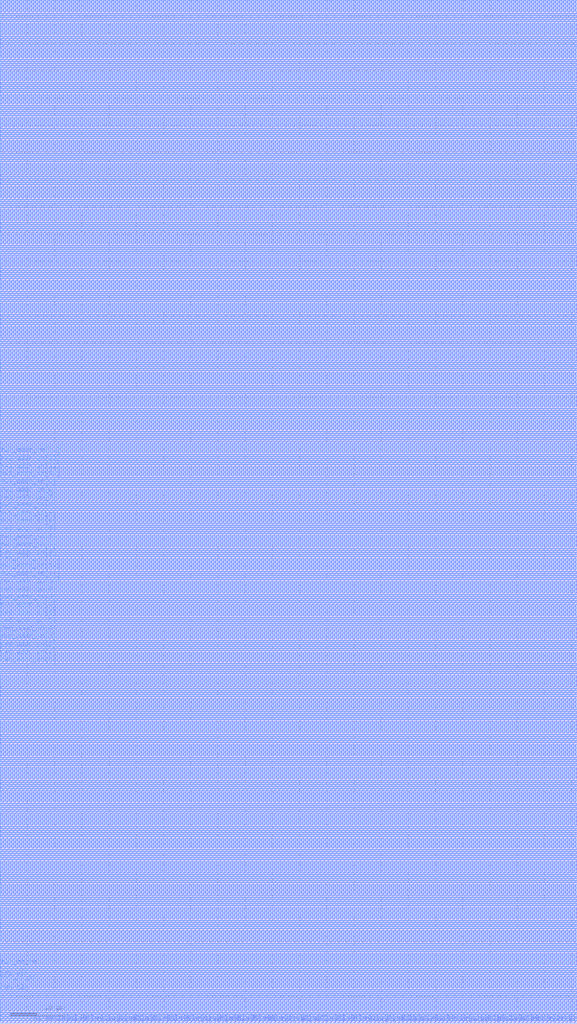
<source format=lef>
# Generated by OpenFakeRAM
VERSION 5.7 ;
BUSBITCHARS "[]" ;
PROPERTYDEFINITIONS
  MACRO width INTEGER ;
  MACRO depth INTEGER ;
  MACRO banks INTEGER ;
END PROPERTYDEFINITIONS
MACRO fakeram_w16_l32768
  PROPERTY width 16 ;
  PROPERTY depth 16384 ;
  PROPERTY banks 1 ;
  FOREIGN fakeram_w16_l32768 0 0 ;
  SYMMETRY X Y R90 ;
  SIZE 106.020 BY 188.016 ;
  CLASS BLOCK ;
  PIN rw0_clk
    DIRECTION INPUT ;
    USE SIGNAL ;
    SHAPE ABUTMENT ;
    PORT
      LAYER M4 ;
      RECT 0.000 5.652 0.048 5.676 ;
    END
  END rw0_clk
  PIN rw0_ce_in
    DIRECTION INPUT ;
    USE SIGNAL ;
    SHAPE ABUTMENT ;
    PORT
      LAYER M4 ;
      RECT 0.000 7.476 0.048 7.500 ;
    END
  END rw0_ce_in
  PIN rw1_clk
    DIRECTION INPUT ;
    USE SIGNAL ;
    SHAPE ABUTMENT ;
    PORT
      LAYER M4 ;
      RECT 0.000 8.484 0.048 8.508 ;
    END
  END rw1_clk
  PIN rw1_ce_in
    DIRECTION INPUT ;
    USE SIGNAL ;
    SHAPE ABUTMENT ;
    PORT
      LAYER M4 ;
      RECT 0.000 10.308 0.048 10.332 ;
    END
  END rw1_ce_in
  PIN rw0_addr_in[0]
    DIRECTION INPUT ;
    USE SIGNAL ;
    SHAPE ABUTMENT ;
    PORT
      LAYER M4 ;
      RECT 0.000 65.844 0.048 65.868 ;
    END
  END rw0_addr_in[0]
  PIN rw0_addr_in[1]
    DIRECTION INPUT ;
    USE SIGNAL ;
    SHAPE ABUTMENT ;
    PORT
      LAYER M4 ;
      RECT 0.000 67.284 0.048 67.308 ;
    END
  END rw0_addr_in[1]
  PIN rw0_addr_in[2]
    DIRECTION INPUT ;
    USE SIGNAL ;
    SHAPE ABUTMENT ;
    PORT
      LAYER M4 ;
      RECT 0.000 68.724 0.048 68.748 ;
    END
  END rw0_addr_in[2]
  PIN rw0_addr_in[3]
    DIRECTION INPUT ;
    USE SIGNAL ;
    SHAPE ABUTMENT ;
    PORT
      LAYER M4 ;
      RECT 0.000 70.164 0.048 70.188 ;
    END
  END rw0_addr_in[3]
  PIN rw0_addr_in[4]
    DIRECTION INPUT ;
    USE SIGNAL ;
    SHAPE ABUTMENT ;
    PORT
      LAYER M4 ;
      RECT 0.000 71.604 0.048 71.628 ;
    END
  END rw0_addr_in[4]
  PIN rw0_addr_in[5]
    DIRECTION INPUT ;
    USE SIGNAL ;
    SHAPE ABUTMENT ;
    PORT
      LAYER M4 ;
      RECT 0.000 73.044 0.048 73.068 ;
    END
  END rw0_addr_in[5]
  PIN rw0_addr_in[6]
    DIRECTION INPUT ;
    USE SIGNAL ;
    SHAPE ABUTMENT ;
    PORT
      LAYER M4 ;
      RECT 0.000 74.484 0.048 74.508 ;
    END
  END rw0_addr_in[6]
  PIN rw0_addr_in[7]
    DIRECTION INPUT ;
    USE SIGNAL ;
    SHAPE ABUTMENT ;
    PORT
      LAYER M4 ;
      RECT 0.000 75.924 0.048 75.948 ;
    END
  END rw0_addr_in[7]
  PIN rw0_addr_in[8]
    DIRECTION INPUT ;
    USE SIGNAL ;
    SHAPE ABUTMENT ;
    PORT
      LAYER M4 ;
      RECT 0.000 77.364 0.048 77.388 ;
    END
  END rw0_addr_in[8]
  PIN rw0_addr_in[9]
    DIRECTION INPUT ;
    USE SIGNAL ;
    SHAPE ABUTMENT ;
    PORT
      LAYER M4 ;
      RECT 0.000 78.804 0.048 78.828 ;
    END
  END rw0_addr_in[9]
  PIN rw0_addr_in[10]
    DIRECTION INPUT ;
    USE SIGNAL ;
    SHAPE ABUTMENT ;
    PORT
      LAYER M4 ;
      RECT 0.000 80.244 0.048 80.268 ;
    END
  END rw0_addr_in[10]
  PIN rw0_addr_in[11]
    DIRECTION INPUT ;
    USE SIGNAL ;
    SHAPE ABUTMENT ;
    PORT
      LAYER M4 ;
      RECT 0.000 81.684 0.048 81.708 ;
    END
  END rw0_addr_in[11]
  PIN rw0_addr_in[12]
    DIRECTION INPUT ;
    USE SIGNAL ;
    SHAPE ABUTMENT ;
    PORT
      LAYER M4 ;
      RECT 0.000 83.124 0.048 83.148 ;
    END
  END rw0_addr_in[12]
  PIN rw0_addr_in[13]
    DIRECTION INPUT ;
    USE SIGNAL ;
    SHAPE ABUTMENT ;
    PORT
      LAYER M4 ;
      RECT 0.000 84.564 0.048 84.588 ;
    END
  END rw0_addr_in[13]
  PIN rw1_addr_in[0]
    DIRECTION INPUT ;
    USE SIGNAL ;
    SHAPE ABUTMENT ;
    PORT
      LAYER M4 ;
      RECT 0.000 85.572 0.048 85.596 ;
    END
  END rw1_addr_in[0]
  PIN rw1_addr_in[1]
    DIRECTION INPUT ;
    USE SIGNAL ;
    SHAPE ABUTMENT ;
    PORT
      LAYER M4 ;
      RECT 0.000 87.012 0.048 87.036 ;
    END
  END rw1_addr_in[1]
  PIN rw1_addr_in[2]
    DIRECTION INPUT ;
    USE SIGNAL ;
    SHAPE ABUTMENT ;
    PORT
      LAYER M4 ;
      RECT 0.000 88.452 0.048 88.476 ;
    END
  END rw1_addr_in[2]
  PIN rw1_addr_in[3]
    DIRECTION INPUT ;
    USE SIGNAL ;
    SHAPE ABUTMENT ;
    PORT
      LAYER M4 ;
      RECT 0.000 89.892 0.048 89.916 ;
    END
  END rw1_addr_in[3]
  PIN rw1_addr_in[4]
    DIRECTION INPUT ;
    USE SIGNAL ;
    SHAPE ABUTMENT ;
    PORT
      LAYER M4 ;
      RECT 0.000 91.332 0.048 91.356 ;
    END
  END rw1_addr_in[4]
  PIN rw1_addr_in[5]
    DIRECTION INPUT ;
    USE SIGNAL ;
    SHAPE ABUTMENT ;
    PORT
      LAYER M4 ;
      RECT 0.000 92.772 0.048 92.796 ;
    END
  END rw1_addr_in[5]
  PIN rw1_addr_in[6]
    DIRECTION INPUT ;
    USE SIGNAL ;
    SHAPE ABUTMENT ;
    PORT
      LAYER M4 ;
      RECT 0.000 94.212 0.048 94.236 ;
    END
  END rw1_addr_in[6]
  PIN rw1_addr_in[7]
    DIRECTION INPUT ;
    USE SIGNAL ;
    SHAPE ABUTMENT ;
    PORT
      LAYER M4 ;
      RECT 0.000 95.700 0.048 95.724 ;
    END
  END rw1_addr_in[7]
  PIN rw1_addr_in[8]
    DIRECTION INPUT ;
    USE SIGNAL ;
    SHAPE ABUTMENT ;
    PORT
      LAYER M4 ;
      RECT 0.000 97.140 0.048 97.164 ;
    END
  END rw1_addr_in[8]
  PIN rw1_addr_in[9]
    DIRECTION INPUT ;
    USE SIGNAL ;
    SHAPE ABUTMENT ;
    PORT
      LAYER M4 ;
      RECT 0.000 98.580 0.048 98.604 ;
    END
  END rw1_addr_in[9]
  PIN rw1_addr_in[10]
    DIRECTION INPUT ;
    USE SIGNAL ;
    SHAPE ABUTMENT ;
    PORT
      LAYER M4 ;
      RECT 0.000 100.020 0.048 100.044 ;
    END
  END rw1_addr_in[10]
  PIN rw1_addr_in[11]
    DIRECTION INPUT ;
    USE SIGNAL ;
    SHAPE ABUTMENT ;
    PORT
      LAYER M4 ;
      RECT 0.000 101.460 0.048 101.484 ;
    END
  END rw1_addr_in[11]
  PIN rw1_addr_in[12]
    DIRECTION INPUT ;
    USE SIGNAL ;
    SHAPE ABUTMENT ;
    PORT
      LAYER M4 ;
      RECT 0.000 102.900 0.048 102.924 ;
    END
  END rw1_addr_in[12]
  PIN rw1_addr_in[13]
    DIRECTION INPUT ;
    USE SIGNAL ;
    SHAPE ABUTMENT ;
    PORT
      LAYER M4 ;
      RECT 0.000 104.340 0.048 104.364 ;
    END
  END rw1_addr_in[13]
  PIN rw1_rd_out[0]
    DIRECTION OUTPUT ;
    USE SIGNAL ;
    SHAPE ABUTMENT ;
    PORT
      LAYER M3 ;
      RECT 5.319 187.980 5.337 188.016 ;
    END
  END rw1_rd_out[0]
  PIN rw0_rd_out[0]
    DIRECTION OUTPUT ;
    USE SIGNAL ;
    SHAPE ABUTMENT ;
    PORT
      LAYER M3 ;
      RECT 8.379 187.980 8.397 188.016 ;
    END
  END rw0_rd_out[0]
  PIN rw1_rd_out[1]
    DIRECTION OUTPUT ;
    USE SIGNAL ;
    SHAPE ABUTMENT ;
    PORT
      LAYER M3 ;
      RECT 11.475 187.980 11.493 188.016 ;
    END
  END rw1_rd_out[1]
  PIN rw0_rd_out[1]
    DIRECTION OUTPUT ;
    USE SIGNAL ;
    SHAPE ABUTMENT ;
    PORT
      LAYER M3 ;
      RECT 14.535 187.980 14.553 188.016 ;
    END
  END rw0_rd_out[1]
  PIN rw1_rd_out[2]
    DIRECTION OUTPUT ;
    USE SIGNAL ;
    SHAPE ABUTMENT ;
    PORT
      LAYER M3 ;
      RECT 17.631 187.980 17.649 188.016 ;
    END
  END rw1_rd_out[2]
  PIN rw0_rd_out[2]
    DIRECTION OUTPUT ;
    USE SIGNAL ;
    SHAPE ABUTMENT ;
    PORT
      LAYER M3 ;
      RECT 20.691 187.980 20.709 188.016 ;
    END
  END rw0_rd_out[2]
  PIN rw1_rd_out[3]
    DIRECTION OUTPUT ;
    USE SIGNAL ;
    SHAPE ABUTMENT ;
    PORT
      LAYER M3 ;
      RECT 23.787 187.980 23.805 188.016 ;
    END
  END rw1_rd_out[3]
  PIN rw0_rd_out[3]
    DIRECTION OUTPUT ;
    USE SIGNAL ;
    SHAPE ABUTMENT ;
    PORT
      LAYER M3 ;
      RECT 26.847 187.980 26.865 188.016 ;
    END
  END rw0_rd_out[3]
  PIN rw1_rd_out[4]
    DIRECTION OUTPUT ;
    USE SIGNAL ;
    SHAPE ABUTMENT ;
    PORT
      LAYER M3 ;
      RECT 29.943 187.980 29.961 188.016 ;
    END
  END rw1_rd_out[4]
  PIN rw0_rd_out[4]
    DIRECTION OUTPUT ;
    USE SIGNAL ;
    SHAPE ABUTMENT ;
    PORT
      LAYER M3 ;
      RECT 33.003 187.980 33.021 188.016 ;
    END
  END rw0_rd_out[4]
  PIN rw1_rd_out[5]
    DIRECTION OUTPUT ;
    USE SIGNAL ;
    SHAPE ABUTMENT ;
    PORT
      LAYER M3 ;
      RECT 36.099 187.980 36.117 188.016 ;
    END
  END rw1_rd_out[5]
  PIN rw0_rd_out[5]
    DIRECTION OUTPUT ;
    USE SIGNAL ;
    SHAPE ABUTMENT ;
    PORT
      LAYER M3 ;
      RECT 39.159 187.980 39.177 188.016 ;
    END
  END rw0_rd_out[5]
  PIN rw1_rd_out[6]
    DIRECTION OUTPUT ;
    USE SIGNAL ;
    SHAPE ABUTMENT ;
    PORT
      LAYER M3 ;
      RECT 42.255 187.980 42.273 188.016 ;
    END
  END rw1_rd_out[6]
  PIN rw0_rd_out[6]
    DIRECTION OUTPUT ;
    USE SIGNAL ;
    SHAPE ABUTMENT ;
    PORT
      LAYER M3 ;
      RECT 45.315 187.980 45.333 188.016 ;
    END
  END rw0_rd_out[6]
  PIN rw1_rd_out[7]
    DIRECTION OUTPUT ;
    USE SIGNAL ;
    SHAPE ABUTMENT ;
    PORT
      LAYER M3 ;
      RECT 48.411 187.980 48.429 188.016 ;
    END
  END rw1_rd_out[7]
  PIN rw0_rd_out[7]
    DIRECTION OUTPUT ;
    USE SIGNAL ;
    SHAPE ABUTMENT ;
    PORT
      LAYER M3 ;
      RECT 51.471 187.980 51.489 188.016 ;
    END
  END rw0_rd_out[7]
  PIN rw1_rd_out[8]
    DIRECTION OUTPUT ;
    USE SIGNAL ;
    SHAPE ABUTMENT ;
    PORT
      LAYER M3 ;
      RECT 54.567 187.980 54.585 188.016 ;
    END
  END rw1_rd_out[8]
  PIN rw0_rd_out[8]
    DIRECTION OUTPUT ;
    USE SIGNAL ;
    SHAPE ABUTMENT ;
    PORT
      LAYER M3 ;
      RECT 57.627 187.980 57.645 188.016 ;
    END
  END rw0_rd_out[8]
  PIN rw1_rd_out[9]
    DIRECTION OUTPUT ;
    USE SIGNAL ;
    SHAPE ABUTMENT ;
    PORT
      LAYER M3 ;
      RECT 60.723 187.980 60.741 188.016 ;
    END
  END rw1_rd_out[9]
  PIN rw0_rd_out[9]
    DIRECTION OUTPUT ;
    USE SIGNAL ;
    SHAPE ABUTMENT ;
    PORT
      LAYER M3 ;
      RECT 63.783 187.980 63.801 188.016 ;
    END
  END rw0_rd_out[9]
  PIN rw1_rd_out[10]
    DIRECTION OUTPUT ;
    USE SIGNAL ;
    SHAPE ABUTMENT ;
    PORT
      LAYER M3 ;
      RECT 66.879 187.980 66.897 188.016 ;
    END
  END rw1_rd_out[10]
  PIN rw0_rd_out[10]
    DIRECTION OUTPUT ;
    USE SIGNAL ;
    SHAPE ABUTMENT ;
    PORT
      LAYER M3 ;
      RECT 69.939 187.980 69.957 188.016 ;
    END
  END rw0_rd_out[10]
  PIN rw1_rd_out[11]
    DIRECTION OUTPUT ;
    USE SIGNAL ;
    SHAPE ABUTMENT ;
    PORT
      LAYER M3 ;
      RECT 73.035 187.980 73.053 188.016 ;
    END
  END rw1_rd_out[11]
  PIN rw0_rd_out[11]
    DIRECTION OUTPUT ;
    USE SIGNAL ;
    SHAPE ABUTMENT ;
    PORT
      LAYER M3 ;
      RECT 76.095 187.980 76.113 188.016 ;
    END
  END rw0_rd_out[11]
  PIN rw1_rd_out[12]
    DIRECTION OUTPUT ;
    USE SIGNAL ;
    SHAPE ABUTMENT ;
    PORT
      LAYER M3 ;
      RECT 79.191 187.980 79.209 188.016 ;
    END
  END rw1_rd_out[12]
  PIN rw0_rd_out[12]
    DIRECTION OUTPUT ;
    USE SIGNAL ;
    SHAPE ABUTMENT ;
    PORT
      LAYER M3 ;
      RECT 82.251 187.980 82.269 188.016 ;
    END
  END rw0_rd_out[12]
  PIN rw1_rd_out[13]
    DIRECTION OUTPUT ;
    USE SIGNAL ;
    SHAPE ABUTMENT ;
    PORT
      LAYER M3 ;
      RECT 85.347 187.980 85.365 188.016 ;
    END
  END rw1_rd_out[13]
  PIN rw0_rd_out[13]
    DIRECTION OUTPUT ;
    USE SIGNAL ;
    SHAPE ABUTMENT ;
    PORT
      LAYER M3 ;
      RECT 88.407 187.980 88.425 188.016 ;
    END
  END rw0_rd_out[13]
  PIN rw1_rd_out[14]
    DIRECTION OUTPUT ;
    USE SIGNAL ;
    SHAPE ABUTMENT ;
    PORT
      LAYER M3 ;
      RECT 91.503 187.980 91.521 188.016 ;
    END
  END rw1_rd_out[14]
  PIN rw0_rd_out[14]
    DIRECTION OUTPUT ;
    USE SIGNAL ;
    SHAPE ABUTMENT ;
    PORT
      LAYER M3 ;
      RECT 94.563 187.980 94.581 188.016 ;
    END
  END rw0_rd_out[14]
  PIN rw1_rd_out[15]
    DIRECTION OUTPUT ;
    USE SIGNAL ;
    SHAPE ABUTMENT ;
    PORT
      LAYER M3 ;
      RECT 97.659 187.980 97.677 188.016 ;
    END
  END rw1_rd_out[15]
  PIN rw0_rd_out[15]
    DIRECTION OUTPUT ;
    USE SIGNAL ;
    SHAPE ABUTMENT ;
    PORT
      LAYER M3 ;
      RECT 100.719 187.980 100.737 188.016 ;
    END
  END rw0_rd_out[15]
  PIN rw0_we_in
    DIRECTION INPUT ;
    USE SIGNAL ;
    SHAPE ABUTMENT ;
    PORT
      LAYER M4 ;
      RECT 105.972 172.932 106.020 172.956 ;
    END
  END rw0_we_in
  PIN rw1_we_in
    DIRECTION INPUT ;
    USE SIGNAL ;
    SHAPE ABUTMENT ;
    PORT
      LAYER M4 ;
      RECT 105.972 177.636 106.020 177.660 ;
    END
  END rw1_we_in
  PIN rw1_wd_in[0]
    DIRECTION INPUT ;
    USE SIGNAL ;
    SHAPE ABUTMENT ;
    PORT
      LAYER M3 ;
      RECT 5.319 0.000 5.337 0.036 ;
    END
  END rw1_wd_in[0]
  PIN rw0_wd_in[0]
    DIRECTION INPUT ;
    USE SIGNAL ;
    SHAPE ABUTMENT ;
    PORT
      LAYER M3 ;
      RECT 8.379 0.000 8.397 0.036 ;
    END
  END rw0_wd_in[0]
  PIN rw1_wd_in[1]
    DIRECTION INPUT ;
    USE SIGNAL ;
    SHAPE ABUTMENT ;
    PORT
      LAYER M3 ;
      RECT 11.475 0.000 11.493 0.036 ;
    END
  END rw1_wd_in[1]
  PIN rw0_wd_in[1]
    DIRECTION INPUT ;
    USE SIGNAL ;
    SHAPE ABUTMENT ;
    PORT
      LAYER M3 ;
      RECT 14.535 0.000 14.553 0.036 ;
    END
  END rw0_wd_in[1]
  PIN rw1_wd_in[2]
    DIRECTION INPUT ;
    USE SIGNAL ;
    SHAPE ABUTMENT ;
    PORT
      LAYER M3 ;
      RECT 17.631 0.000 17.649 0.036 ;
    END
  END rw1_wd_in[2]
  PIN rw0_wd_in[2]
    DIRECTION INPUT ;
    USE SIGNAL ;
    SHAPE ABUTMENT ;
    PORT
      LAYER M3 ;
      RECT 20.691 0.000 20.709 0.036 ;
    END
  END rw0_wd_in[2]
  PIN rw1_wd_in[3]
    DIRECTION INPUT ;
    USE SIGNAL ;
    SHAPE ABUTMENT ;
    PORT
      LAYER M3 ;
      RECT 23.787 0.000 23.805 0.036 ;
    END
  END rw1_wd_in[3]
  PIN rw0_wd_in[3]
    DIRECTION INPUT ;
    USE SIGNAL ;
    SHAPE ABUTMENT ;
    PORT
      LAYER M3 ;
      RECT 26.847 0.000 26.865 0.036 ;
    END
  END rw0_wd_in[3]
  PIN rw1_wd_in[4]
    DIRECTION INPUT ;
    USE SIGNAL ;
    SHAPE ABUTMENT ;
    PORT
      LAYER M3 ;
      RECT 29.943 0.000 29.961 0.036 ;
    END
  END rw1_wd_in[4]
  PIN rw0_wd_in[4]
    DIRECTION INPUT ;
    USE SIGNAL ;
    SHAPE ABUTMENT ;
    PORT
      LAYER M3 ;
      RECT 33.003 0.000 33.021 0.036 ;
    END
  END rw0_wd_in[4]
  PIN rw1_wd_in[5]
    DIRECTION INPUT ;
    USE SIGNAL ;
    SHAPE ABUTMENT ;
    PORT
      LAYER M3 ;
      RECT 36.099 0.000 36.117 0.036 ;
    END
  END rw1_wd_in[5]
  PIN rw0_wd_in[5]
    DIRECTION INPUT ;
    USE SIGNAL ;
    SHAPE ABUTMENT ;
    PORT
      LAYER M3 ;
      RECT 39.159 0.000 39.177 0.036 ;
    END
  END rw0_wd_in[5]
  PIN rw1_wd_in[6]
    DIRECTION INPUT ;
    USE SIGNAL ;
    SHAPE ABUTMENT ;
    PORT
      LAYER M3 ;
      RECT 42.255 0.000 42.273 0.036 ;
    END
  END rw1_wd_in[6]
  PIN rw0_wd_in[6]
    DIRECTION INPUT ;
    USE SIGNAL ;
    SHAPE ABUTMENT ;
    PORT
      LAYER M3 ;
      RECT 45.315 0.000 45.333 0.036 ;
    END
  END rw0_wd_in[6]
  PIN rw1_wd_in[7]
    DIRECTION INPUT ;
    USE SIGNAL ;
    SHAPE ABUTMENT ;
    PORT
      LAYER M3 ;
      RECT 48.411 0.000 48.429 0.036 ;
    END
  END rw1_wd_in[7]
  PIN rw0_wd_in[7]
    DIRECTION INPUT ;
    USE SIGNAL ;
    SHAPE ABUTMENT ;
    PORT
      LAYER M3 ;
      RECT 51.471 0.000 51.489 0.036 ;
    END
  END rw0_wd_in[7]
  PIN rw1_wd_in[8]
    DIRECTION INPUT ;
    USE SIGNAL ;
    SHAPE ABUTMENT ;
    PORT
      LAYER M3 ;
      RECT 54.567 0.000 54.585 0.036 ;
    END
  END rw1_wd_in[8]
  PIN rw0_wd_in[8]
    DIRECTION INPUT ;
    USE SIGNAL ;
    SHAPE ABUTMENT ;
    PORT
      LAYER M3 ;
      RECT 57.627 0.000 57.645 0.036 ;
    END
  END rw0_wd_in[8]
  PIN rw1_wd_in[9]
    DIRECTION INPUT ;
    USE SIGNAL ;
    SHAPE ABUTMENT ;
    PORT
      LAYER M3 ;
      RECT 60.723 0.000 60.741 0.036 ;
    END
  END rw1_wd_in[9]
  PIN rw0_wd_in[9]
    DIRECTION INPUT ;
    USE SIGNAL ;
    SHAPE ABUTMENT ;
    PORT
      LAYER M3 ;
      RECT 63.783 0.000 63.801 0.036 ;
    END
  END rw0_wd_in[9]
  PIN rw1_wd_in[10]
    DIRECTION INPUT ;
    USE SIGNAL ;
    SHAPE ABUTMENT ;
    PORT
      LAYER M3 ;
      RECT 66.879 0.000 66.897 0.036 ;
    END
  END rw1_wd_in[10]
  PIN rw0_wd_in[10]
    DIRECTION INPUT ;
    USE SIGNAL ;
    SHAPE ABUTMENT ;
    PORT
      LAYER M3 ;
      RECT 69.939 0.000 69.957 0.036 ;
    END
  END rw0_wd_in[10]
  PIN rw1_wd_in[11]
    DIRECTION INPUT ;
    USE SIGNAL ;
    SHAPE ABUTMENT ;
    PORT
      LAYER M3 ;
      RECT 73.035 0.000 73.053 0.036 ;
    END
  END rw1_wd_in[11]
  PIN rw0_wd_in[11]
    DIRECTION INPUT ;
    USE SIGNAL ;
    SHAPE ABUTMENT ;
    PORT
      LAYER M3 ;
      RECT 76.095 0.000 76.113 0.036 ;
    END
  END rw0_wd_in[11]
  PIN rw1_wd_in[12]
    DIRECTION INPUT ;
    USE SIGNAL ;
    SHAPE ABUTMENT ;
    PORT
      LAYER M3 ;
      RECT 79.191 0.000 79.209 0.036 ;
    END
  END rw1_wd_in[12]
  PIN rw0_wd_in[12]
    DIRECTION INPUT ;
    USE SIGNAL ;
    SHAPE ABUTMENT ;
    PORT
      LAYER M3 ;
      RECT 82.251 0.000 82.269 0.036 ;
    END
  END rw0_wd_in[12]
  PIN rw1_wd_in[13]
    DIRECTION INPUT ;
    USE SIGNAL ;
    SHAPE ABUTMENT ;
    PORT
      LAYER M3 ;
      RECT 85.347 0.000 85.365 0.036 ;
    END
  END rw1_wd_in[13]
  PIN rw0_wd_in[13]
    DIRECTION INPUT ;
    USE SIGNAL ;
    SHAPE ABUTMENT ;
    PORT
      LAYER M3 ;
      RECT 88.407 0.000 88.425 0.036 ;
    END
  END rw0_wd_in[13]
  PIN rw1_wd_in[14]
    DIRECTION INPUT ;
    USE SIGNAL ;
    SHAPE ABUTMENT ;
    PORT
      LAYER M3 ;
      RECT 91.503 0.000 91.521 0.036 ;
    END
  END rw1_wd_in[14]
  PIN rw0_wd_in[14]
    DIRECTION INPUT ;
    USE SIGNAL ;
    SHAPE ABUTMENT ;
    PORT
      LAYER M3 ;
      RECT 94.563 0.000 94.581 0.036 ;
    END
  END rw0_wd_in[14]
  PIN rw1_wd_in[15]
    DIRECTION INPUT ;
    USE SIGNAL ;
    SHAPE ABUTMENT ;
    PORT
      LAYER M3 ;
      RECT 97.659 0.000 97.677 0.036 ;
    END
  END rw1_wd_in[15]
  PIN rw0_wd_in[15]
    DIRECTION INPUT ;
    USE SIGNAL ;
    SHAPE ABUTMENT ;
    PORT
      LAYER M3 ;
      RECT 100.719 0.000 100.737 0.036 ;
    END
  END rw0_wd_in[15]
  PIN VSS
    DIRECTION INOUT ;
    USE GROUND ;
    PORT
      LAYER M4 ;
      RECT 0.096 0.816 105.924 0.912 ;
      RECT 0.096 1.584 105.924 1.680 ;
      RECT 0.096 2.352 105.924 2.448 ;
      RECT 0.096 3.120 105.924 3.216 ;
      RECT 0.096 3.888 105.924 3.984 ;
      RECT 0.096 4.656 105.924 4.752 ;
      RECT 0.096 5.424 105.924 5.520 ;
      RECT 0.096 6.192 105.924 6.288 ;
      RECT 0.096 6.960 105.924 7.056 ;
      RECT 0.096 7.728 105.924 7.824 ;
      RECT 0.096 8.496 105.924 8.592 ;
      RECT 0.096 9.264 105.924 9.360 ;
      RECT 0.096 10.032 105.924 10.128 ;
      RECT 0.096 10.800 105.924 10.896 ;
      RECT 0.096 11.568 105.924 11.664 ;
      RECT 0.096 12.336 105.924 12.432 ;
      RECT 0.096 13.104 105.924 13.200 ;
      RECT 0.096 13.872 105.924 13.968 ;
      RECT 0.096 14.640 105.924 14.736 ;
      RECT 0.096 15.408 105.924 15.504 ;
      RECT 0.096 16.176 105.924 16.272 ;
      RECT 0.096 16.944 105.924 17.040 ;
      RECT 0.096 17.712 105.924 17.808 ;
      RECT 0.096 18.480 105.924 18.576 ;
      RECT 0.096 19.248 105.924 19.344 ;
      RECT 0.096 20.016 105.924 20.112 ;
      RECT 0.096 20.784 105.924 20.880 ;
      RECT 0.096 21.552 105.924 21.648 ;
      RECT 0.096 22.320 105.924 22.416 ;
      RECT 0.096 23.088 105.924 23.184 ;
      RECT 0.096 23.856 105.924 23.952 ;
      RECT 0.096 24.624 105.924 24.720 ;
      RECT 0.096 25.392 105.924 25.488 ;
      RECT 0.096 26.160 105.924 26.256 ;
      RECT 0.096 26.928 105.924 27.024 ;
      RECT 0.096 27.696 105.924 27.792 ;
      RECT 0.096 28.464 105.924 28.560 ;
      RECT 0.096 29.232 105.924 29.328 ;
      RECT 0.096 30.000 105.924 30.096 ;
      RECT 0.096 30.768 105.924 30.864 ;
      RECT 0.096 31.536 105.924 31.632 ;
      RECT 0.096 32.304 105.924 32.400 ;
      RECT 0.096 33.072 105.924 33.168 ;
      RECT 0.096 33.840 105.924 33.936 ;
      RECT 0.096 34.608 105.924 34.704 ;
      RECT 0.096 35.376 105.924 35.472 ;
      RECT 0.096 36.144 105.924 36.240 ;
      RECT 0.096 36.912 105.924 37.008 ;
      RECT 0.096 37.680 105.924 37.776 ;
      RECT 0.096 38.448 105.924 38.544 ;
      RECT 0.096 39.216 105.924 39.312 ;
      RECT 0.096 39.984 105.924 40.080 ;
      RECT 0.096 40.752 105.924 40.848 ;
      RECT 0.096 41.520 105.924 41.616 ;
      RECT 0.096 42.288 105.924 42.384 ;
      RECT 0.096 43.056 105.924 43.152 ;
      RECT 0.096 43.824 105.924 43.920 ;
      RECT 0.096 44.592 105.924 44.688 ;
      RECT 0.096 45.360 105.924 45.456 ;
      RECT 0.096 46.128 105.924 46.224 ;
      RECT 0.096 46.896 105.924 46.992 ;
      RECT 0.096 47.664 105.924 47.760 ;
      RECT 0.096 48.432 105.924 48.528 ;
      RECT 0.096 49.200 105.924 49.296 ;
      RECT 0.096 49.968 105.924 50.064 ;
      RECT 0.096 50.736 105.924 50.832 ;
      RECT 0.096 51.504 105.924 51.600 ;
      RECT 0.096 52.272 105.924 52.368 ;
      RECT 0.096 53.040 105.924 53.136 ;
      RECT 0.096 53.808 105.924 53.904 ;
      RECT 0.096 54.576 105.924 54.672 ;
      RECT 0.096 55.344 105.924 55.440 ;
      RECT 0.096 56.112 105.924 56.208 ;
      RECT 0.096 56.880 105.924 56.976 ;
      RECT 0.096 57.648 105.924 57.744 ;
      RECT 0.096 58.416 105.924 58.512 ;
      RECT 0.096 59.184 105.924 59.280 ;
      RECT 0.096 59.952 105.924 60.048 ;
      RECT 0.096 60.720 105.924 60.816 ;
      RECT 0.096 61.488 105.924 61.584 ;
      RECT 0.096 62.256 105.924 62.352 ;
      RECT 0.096 63.024 105.924 63.120 ;
      RECT 0.096 63.792 105.924 63.888 ;
      RECT 0.096 64.560 105.924 64.656 ;
      RECT 0.096 65.328 105.924 65.424 ;
      RECT 0.096 66.096 105.924 66.192 ;
      RECT 0.096 66.864 105.924 66.960 ;
      RECT 0.096 67.632 105.924 67.728 ;
      RECT 0.096 68.400 105.924 68.496 ;
      RECT 0.096 69.168 105.924 69.264 ;
      RECT 0.096 69.936 105.924 70.032 ;
      RECT 0.096 70.704 105.924 70.800 ;
      RECT 0.096 71.472 105.924 71.568 ;
      RECT 0.096 72.240 105.924 72.336 ;
      RECT 0.096 73.008 105.924 73.104 ;
      RECT 0.096 73.776 105.924 73.872 ;
      RECT 0.096 74.544 105.924 74.640 ;
      RECT 0.096 75.312 105.924 75.408 ;
      RECT 0.096 76.080 105.924 76.176 ;
      RECT 0.096 76.848 105.924 76.944 ;
      RECT 0.096 77.616 105.924 77.712 ;
      RECT 0.096 78.384 105.924 78.480 ;
      RECT 0.096 79.152 105.924 79.248 ;
      RECT 0.096 79.920 105.924 80.016 ;
      RECT 0.096 80.688 105.924 80.784 ;
      RECT 0.096 81.456 105.924 81.552 ;
      RECT 0.096 82.224 105.924 82.320 ;
      RECT 0.096 82.992 105.924 83.088 ;
      RECT 0.096 83.760 105.924 83.856 ;
      RECT 0.096 84.528 105.924 84.624 ;
      RECT 0.096 85.296 105.924 85.392 ;
      RECT 0.096 86.064 105.924 86.160 ;
      RECT 0.096 86.832 105.924 86.928 ;
      RECT 0.096 87.600 105.924 87.696 ;
      RECT 0.096 88.368 105.924 88.464 ;
      RECT 0.096 89.136 105.924 89.232 ;
      RECT 0.096 89.904 105.924 90.000 ;
      RECT 0.096 90.672 105.924 90.768 ;
      RECT 0.096 91.440 105.924 91.536 ;
      RECT 0.096 92.208 105.924 92.304 ;
      RECT 0.096 92.976 105.924 93.072 ;
      RECT 0.096 93.744 105.924 93.840 ;
      RECT 0.096 94.512 105.924 94.608 ;
      RECT 0.096 95.280 105.924 95.376 ;
      RECT 0.096 96.048 105.924 96.144 ;
      RECT 0.096 96.816 105.924 96.912 ;
      RECT 0.096 97.584 105.924 97.680 ;
      RECT 0.096 98.352 105.924 98.448 ;
      RECT 0.096 99.120 105.924 99.216 ;
      RECT 0.096 99.888 105.924 99.984 ;
      RECT 0.096 100.656 105.924 100.752 ;
      RECT 0.096 101.424 105.924 101.520 ;
      RECT 0.096 102.192 105.924 102.288 ;
      RECT 0.096 102.960 105.924 103.056 ;
      RECT 0.096 103.728 105.924 103.824 ;
      RECT 0.096 104.496 105.924 104.592 ;
      RECT 0.096 105.264 105.924 105.360 ;
      RECT 0.096 106.032 105.924 106.128 ;
      RECT 0.096 106.800 105.924 106.896 ;
      RECT 0.096 107.568 105.924 107.664 ;
      RECT 0.096 108.336 105.924 108.432 ;
      RECT 0.096 109.104 105.924 109.200 ;
      RECT 0.096 109.872 105.924 109.968 ;
      RECT 0.096 110.640 105.924 110.736 ;
      RECT 0.096 111.408 105.924 111.504 ;
      RECT 0.096 112.176 105.924 112.272 ;
      RECT 0.096 112.944 105.924 113.040 ;
      RECT 0.096 113.712 105.924 113.808 ;
      RECT 0.096 114.480 105.924 114.576 ;
      RECT 0.096 115.248 105.924 115.344 ;
      RECT 0.096 116.016 105.924 116.112 ;
      RECT 0.096 116.784 105.924 116.880 ;
      RECT 0.096 117.552 105.924 117.648 ;
      RECT 0.096 118.320 105.924 118.416 ;
      RECT 0.096 119.088 105.924 119.184 ;
      RECT 0.096 119.856 105.924 119.952 ;
      RECT 0.096 120.624 105.924 120.720 ;
      RECT 0.096 121.392 105.924 121.488 ;
      RECT 0.096 122.160 105.924 122.256 ;
      RECT 0.096 122.928 105.924 123.024 ;
      RECT 0.096 123.696 105.924 123.792 ;
      RECT 0.096 124.464 105.924 124.560 ;
      RECT 0.096 125.232 105.924 125.328 ;
      RECT 0.096 126.000 105.924 126.096 ;
      RECT 0.096 126.768 105.924 126.864 ;
      RECT 0.096 127.536 105.924 127.632 ;
      RECT 0.096 128.304 105.924 128.400 ;
      RECT 0.096 129.072 105.924 129.168 ;
      RECT 0.096 129.840 105.924 129.936 ;
      RECT 0.096 130.608 105.924 130.704 ;
      RECT 0.096 131.376 105.924 131.472 ;
      RECT 0.096 132.144 105.924 132.240 ;
      RECT 0.096 132.912 105.924 133.008 ;
      RECT 0.096 133.680 105.924 133.776 ;
      RECT 0.096 134.448 105.924 134.544 ;
      RECT 0.096 135.216 105.924 135.312 ;
      RECT 0.096 135.984 105.924 136.080 ;
      RECT 0.096 136.752 105.924 136.848 ;
      RECT 0.096 137.520 105.924 137.616 ;
      RECT 0.096 138.288 105.924 138.384 ;
      RECT 0.096 139.056 105.924 139.152 ;
      RECT 0.096 139.824 105.924 139.920 ;
      RECT 0.096 140.592 105.924 140.688 ;
      RECT 0.096 141.360 105.924 141.456 ;
      RECT 0.096 142.128 105.924 142.224 ;
      RECT 0.096 142.896 105.924 142.992 ;
      RECT 0.096 143.664 105.924 143.760 ;
      RECT 0.096 144.432 105.924 144.528 ;
      RECT 0.096 145.200 105.924 145.296 ;
      RECT 0.096 145.968 105.924 146.064 ;
      RECT 0.096 146.736 105.924 146.832 ;
      RECT 0.096 147.504 105.924 147.600 ;
      RECT 0.096 148.272 105.924 148.368 ;
      RECT 0.096 149.040 105.924 149.136 ;
      RECT 0.096 149.808 105.924 149.904 ;
      RECT 0.096 150.576 105.924 150.672 ;
      RECT 0.096 151.344 105.924 151.440 ;
      RECT 0.096 152.112 105.924 152.208 ;
      RECT 0.096 152.880 105.924 152.976 ;
      RECT 0.096 153.648 105.924 153.744 ;
      RECT 0.096 154.416 105.924 154.512 ;
      RECT 0.096 155.184 105.924 155.280 ;
      RECT 0.096 155.952 105.924 156.048 ;
      RECT 0.096 156.720 105.924 156.816 ;
      RECT 0.096 157.488 105.924 157.584 ;
      RECT 0.096 158.256 105.924 158.352 ;
      RECT 0.096 159.024 105.924 159.120 ;
      RECT 0.096 159.792 105.924 159.888 ;
      RECT 0.096 160.560 105.924 160.656 ;
      RECT 0.096 161.328 105.924 161.424 ;
      RECT 0.096 162.096 105.924 162.192 ;
      RECT 0.096 162.864 105.924 162.960 ;
      RECT 0.096 163.632 105.924 163.728 ;
      RECT 0.096 164.400 105.924 164.496 ;
      RECT 0.096 165.168 105.924 165.264 ;
      RECT 0.096 165.936 105.924 166.032 ;
      RECT 0.096 166.704 105.924 166.800 ;
      RECT 0.096 167.472 105.924 167.568 ;
      RECT 0.096 168.240 105.924 168.336 ;
      RECT 0.096 169.008 105.924 169.104 ;
      RECT 0.096 169.776 105.924 169.872 ;
      RECT 0.096 170.544 105.924 170.640 ;
      RECT 0.096 171.312 105.924 171.408 ;
      RECT 0.096 172.080 105.924 172.176 ;
      RECT 0.096 172.848 105.924 172.944 ;
      RECT 0.096 173.616 105.924 173.712 ;
      RECT 0.096 174.384 105.924 174.480 ;
      RECT 0.096 175.152 105.924 175.248 ;
      RECT 0.096 175.920 105.924 176.016 ;
      RECT 0.096 176.688 105.924 176.784 ;
      RECT 0.096 177.456 105.924 177.552 ;
      RECT 0.096 178.224 105.924 178.320 ;
      RECT 0.096 178.992 105.924 179.088 ;
      RECT 0.096 179.760 105.924 179.856 ;
      RECT 0.096 180.528 105.924 180.624 ;
      RECT 0.096 181.296 105.924 181.392 ;
      RECT 0.096 182.064 105.924 182.160 ;
      RECT 0.096 182.832 105.924 182.928 ;
      RECT 0.096 183.600 105.924 183.696 ;
      RECT 0.096 184.368 105.924 184.464 ;
      RECT 0.096 185.136 105.924 185.232 ;
      RECT 0.096 185.904 105.924 186.000 ;
      RECT 0.096 186.672 105.924 186.768 ;
      RECT 0.096 187.440 105.924 187.536 ;
    END
  END VSS
  PIN VDD
    DIRECTION INOUT ;
    USE POWER ;
    PORT
      LAYER M4 ;
      RECT 0.096 0.432 105.924 0.528 ;
      RECT 0.096 1.200 105.924 1.296 ;
      RECT 0.096 1.968 105.924 2.064 ;
      RECT 0.096 2.736 105.924 2.832 ;
      RECT 0.096 3.504 105.924 3.600 ;
      RECT 0.096 4.272 105.924 4.368 ;
      RECT 0.096 5.040 105.924 5.136 ;
      RECT 0.096 5.808 105.924 5.904 ;
      RECT 0.096 6.576 105.924 6.672 ;
      RECT 0.096 7.344 105.924 7.440 ;
      RECT 0.096 8.112 105.924 8.208 ;
      RECT 0.096 8.880 105.924 8.976 ;
      RECT 0.096 9.648 105.924 9.744 ;
      RECT 0.096 10.416 105.924 10.512 ;
      RECT 0.096 11.184 105.924 11.280 ;
      RECT 0.096 11.952 105.924 12.048 ;
      RECT 0.096 12.720 105.924 12.816 ;
      RECT 0.096 13.488 105.924 13.584 ;
      RECT 0.096 14.256 105.924 14.352 ;
      RECT 0.096 15.024 105.924 15.120 ;
      RECT 0.096 15.792 105.924 15.888 ;
      RECT 0.096 16.560 105.924 16.656 ;
      RECT 0.096 17.328 105.924 17.424 ;
      RECT 0.096 18.096 105.924 18.192 ;
      RECT 0.096 18.864 105.924 18.960 ;
      RECT 0.096 19.632 105.924 19.728 ;
      RECT 0.096 20.400 105.924 20.496 ;
      RECT 0.096 21.168 105.924 21.264 ;
      RECT 0.096 21.936 105.924 22.032 ;
      RECT 0.096 22.704 105.924 22.800 ;
      RECT 0.096 23.472 105.924 23.568 ;
      RECT 0.096 24.240 105.924 24.336 ;
      RECT 0.096 25.008 105.924 25.104 ;
      RECT 0.096 25.776 105.924 25.872 ;
      RECT 0.096 26.544 105.924 26.640 ;
      RECT 0.096 27.312 105.924 27.408 ;
      RECT 0.096 28.080 105.924 28.176 ;
      RECT 0.096 28.848 105.924 28.944 ;
      RECT 0.096 29.616 105.924 29.712 ;
      RECT 0.096 30.384 105.924 30.480 ;
      RECT 0.096 31.152 105.924 31.248 ;
      RECT 0.096 31.920 105.924 32.016 ;
      RECT 0.096 32.688 105.924 32.784 ;
      RECT 0.096 33.456 105.924 33.552 ;
      RECT 0.096 34.224 105.924 34.320 ;
      RECT 0.096 34.992 105.924 35.088 ;
      RECT 0.096 35.760 105.924 35.856 ;
      RECT 0.096 36.528 105.924 36.624 ;
      RECT 0.096 37.296 105.924 37.392 ;
      RECT 0.096 38.064 105.924 38.160 ;
      RECT 0.096 38.832 105.924 38.928 ;
      RECT 0.096 39.600 105.924 39.696 ;
      RECT 0.096 40.368 105.924 40.464 ;
      RECT 0.096 41.136 105.924 41.232 ;
      RECT 0.096 41.904 105.924 42.000 ;
      RECT 0.096 42.672 105.924 42.768 ;
      RECT 0.096 43.440 105.924 43.536 ;
      RECT 0.096 44.208 105.924 44.304 ;
      RECT 0.096 44.976 105.924 45.072 ;
      RECT 0.096 45.744 105.924 45.840 ;
      RECT 0.096 46.512 105.924 46.608 ;
      RECT 0.096 47.280 105.924 47.376 ;
      RECT 0.096 48.048 105.924 48.144 ;
      RECT 0.096 48.816 105.924 48.912 ;
      RECT 0.096 49.584 105.924 49.680 ;
      RECT 0.096 50.352 105.924 50.448 ;
      RECT 0.096 51.120 105.924 51.216 ;
      RECT 0.096 51.888 105.924 51.984 ;
      RECT 0.096 52.656 105.924 52.752 ;
      RECT 0.096 53.424 105.924 53.520 ;
      RECT 0.096 54.192 105.924 54.288 ;
      RECT 0.096 54.960 105.924 55.056 ;
      RECT 0.096 55.728 105.924 55.824 ;
      RECT 0.096 56.496 105.924 56.592 ;
      RECT 0.096 57.264 105.924 57.360 ;
      RECT 0.096 58.032 105.924 58.128 ;
      RECT 0.096 58.800 105.924 58.896 ;
      RECT 0.096 59.568 105.924 59.664 ;
      RECT 0.096 60.336 105.924 60.432 ;
      RECT 0.096 61.104 105.924 61.200 ;
      RECT 0.096 61.872 105.924 61.968 ;
      RECT 0.096 62.640 105.924 62.736 ;
      RECT 0.096 63.408 105.924 63.504 ;
      RECT 0.096 64.176 105.924 64.272 ;
      RECT 0.096 64.944 105.924 65.040 ;
      RECT 0.096 65.712 105.924 65.808 ;
      RECT 0.096 66.480 105.924 66.576 ;
      RECT 0.096 67.248 105.924 67.344 ;
      RECT 0.096 68.016 105.924 68.112 ;
      RECT 0.096 68.784 105.924 68.880 ;
      RECT 0.096 69.552 105.924 69.648 ;
      RECT 0.096 70.320 105.924 70.416 ;
      RECT 0.096 71.088 105.924 71.184 ;
      RECT 0.096 71.856 105.924 71.952 ;
      RECT 0.096 72.624 105.924 72.720 ;
      RECT 0.096 73.392 105.924 73.488 ;
      RECT 0.096 74.160 105.924 74.256 ;
      RECT 0.096 74.928 105.924 75.024 ;
      RECT 0.096 75.696 105.924 75.792 ;
      RECT 0.096 76.464 105.924 76.560 ;
      RECT 0.096 77.232 105.924 77.328 ;
      RECT 0.096 78.000 105.924 78.096 ;
      RECT 0.096 78.768 105.924 78.864 ;
      RECT 0.096 79.536 105.924 79.632 ;
      RECT 0.096 80.304 105.924 80.400 ;
      RECT 0.096 81.072 105.924 81.168 ;
      RECT 0.096 81.840 105.924 81.936 ;
      RECT 0.096 82.608 105.924 82.704 ;
      RECT 0.096 83.376 105.924 83.472 ;
      RECT 0.096 84.144 105.924 84.240 ;
      RECT 0.096 84.912 105.924 85.008 ;
      RECT 0.096 85.680 105.924 85.776 ;
      RECT 0.096 86.448 105.924 86.544 ;
      RECT 0.096 87.216 105.924 87.312 ;
      RECT 0.096 87.984 105.924 88.080 ;
      RECT 0.096 88.752 105.924 88.848 ;
      RECT 0.096 89.520 105.924 89.616 ;
      RECT 0.096 90.288 105.924 90.384 ;
      RECT 0.096 91.056 105.924 91.152 ;
      RECT 0.096 91.824 105.924 91.920 ;
      RECT 0.096 92.592 105.924 92.688 ;
      RECT 0.096 93.360 105.924 93.456 ;
      RECT 0.096 94.128 105.924 94.224 ;
      RECT 0.096 94.896 105.924 94.992 ;
      RECT 0.096 95.664 105.924 95.760 ;
      RECT 0.096 96.432 105.924 96.528 ;
      RECT 0.096 97.200 105.924 97.296 ;
      RECT 0.096 97.968 105.924 98.064 ;
      RECT 0.096 98.736 105.924 98.832 ;
      RECT 0.096 99.504 105.924 99.600 ;
      RECT 0.096 100.272 105.924 100.368 ;
      RECT 0.096 101.040 105.924 101.136 ;
      RECT 0.096 101.808 105.924 101.904 ;
      RECT 0.096 102.576 105.924 102.672 ;
      RECT 0.096 103.344 105.924 103.440 ;
      RECT 0.096 104.112 105.924 104.208 ;
      RECT 0.096 104.880 105.924 104.976 ;
      RECT 0.096 105.648 105.924 105.744 ;
      RECT 0.096 106.416 105.924 106.512 ;
      RECT 0.096 107.184 105.924 107.280 ;
      RECT 0.096 107.952 105.924 108.048 ;
      RECT 0.096 108.720 105.924 108.816 ;
      RECT 0.096 109.488 105.924 109.584 ;
      RECT 0.096 110.256 105.924 110.352 ;
      RECT 0.096 111.024 105.924 111.120 ;
      RECT 0.096 111.792 105.924 111.888 ;
      RECT 0.096 112.560 105.924 112.656 ;
      RECT 0.096 113.328 105.924 113.424 ;
      RECT 0.096 114.096 105.924 114.192 ;
      RECT 0.096 114.864 105.924 114.960 ;
      RECT 0.096 115.632 105.924 115.728 ;
      RECT 0.096 116.400 105.924 116.496 ;
      RECT 0.096 117.168 105.924 117.264 ;
      RECT 0.096 117.936 105.924 118.032 ;
      RECT 0.096 118.704 105.924 118.800 ;
      RECT 0.096 119.472 105.924 119.568 ;
      RECT 0.096 120.240 105.924 120.336 ;
      RECT 0.096 121.008 105.924 121.104 ;
      RECT 0.096 121.776 105.924 121.872 ;
      RECT 0.096 122.544 105.924 122.640 ;
      RECT 0.096 123.312 105.924 123.408 ;
      RECT 0.096 124.080 105.924 124.176 ;
      RECT 0.096 124.848 105.924 124.944 ;
      RECT 0.096 125.616 105.924 125.712 ;
      RECT 0.096 126.384 105.924 126.480 ;
      RECT 0.096 127.152 105.924 127.248 ;
      RECT 0.096 127.920 105.924 128.016 ;
      RECT 0.096 128.688 105.924 128.784 ;
      RECT 0.096 129.456 105.924 129.552 ;
      RECT 0.096 130.224 105.924 130.320 ;
      RECT 0.096 130.992 105.924 131.088 ;
      RECT 0.096 131.760 105.924 131.856 ;
      RECT 0.096 132.528 105.924 132.624 ;
      RECT 0.096 133.296 105.924 133.392 ;
      RECT 0.096 134.064 105.924 134.160 ;
      RECT 0.096 134.832 105.924 134.928 ;
      RECT 0.096 135.600 105.924 135.696 ;
      RECT 0.096 136.368 105.924 136.464 ;
      RECT 0.096 137.136 105.924 137.232 ;
      RECT 0.096 137.904 105.924 138.000 ;
      RECT 0.096 138.672 105.924 138.768 ;
      RECT 0.096 139.440 105.924 139.536 ;
      RECT 0.096 140.208 105.924 140.304 ;
      RECT 0.096 140.976 105.924 141.072 ;
      RECT 0.096 141.744 105.924 141.840 ;
      RECT 0.096 142.512 105.924 142.608 ;
      RECT 0.096 143.280 105.924 143.376 ;
      RECT 0.096 144.048 105.924 144.144 ;
      RECT 0.096 144.816 105.924 144.912 ;
      RECT 0.096 145.584 105.924 145.680 ;
      RECT 0.096 146.352 105.924 146.448 ;
      RECT 0.096 147.120 105.924 147.216 ;
      RECT 0.096 147.888 105.924 147.984 ;
      RECT 0.096 148.656 105.924 148.752 ;
      RECT 0.096 149.424 105.924 149.520 ;
      RECT 0.096 150.192 105.924 150.288 ;
      RECT 0.096 150.960 105.924 151.056 ;
      RECT 0.096 151.728 105.924 151.824 ;
      RECT 0.096 152.496 105.924 152.592 ;
      RECT 0.096 153.264 105.924 153.360 ;
      RECT 0.096 154.032 105.924 154.128 ;
      RECT 0.096 154.800 105.924 154.896 ;
      RECT 0.096 155.568 105.924 155.664 ;
      RECT 0.096 156.336 105.924 156.432 ;
      RECT 0.096 157.104 105.924 157.200 ;
      RECT 0.096 157.872 105.924 157.968 ;
      RECT 0.096 158.640 105.924 158.736 ;
      RECT 0.096 159.408 105.924 159.504 ;
      RECT 0.096 160.176 105.924 160.272 ;
      RECT 0.096 160.944 105.924 161.040 ;
      RECT 0.096 161.712 105.924 161.808 ;
      RECT 0.096 162.480 105.924 162.576 ;
      RECT 0.096 163.248 105.924 163.344 ;
      RECT 0.096 164.016 105.924 164.112 ;
      RECT 0.096 164.784 105.924 164.880 ;
      RECT 0.096 165.552 105.924 165.648 ;
      RECT 0.096 166.320 105.924 166.416 ;
      RECT 0.096 167.088 105.924 167.184 ;
      RECT 0.096 167.856 105.924 167.952 ;
      RECT 0.096 168.624 105.924 168.720 ;
      RECT 0.096 169.392 105.924 169.488 ;
      RECT 0.096 170.160 105.924 170.256 ;
      RECT 0.096 170.928 105.924 171.024 ;
      RECT 0.096 171.696 105.924 171.792 ;
      RECT 0.096 172.464 105.924 172.560 ;
      RECT 0.096 173.232 105.924 173.328 ;
      RECT 0.096 174.000 105.924 174.096 ;
      RECT 0.096 174.768 105.924 174.864 ;
      RECT 0.096 175.536 105.924 175.632 ;
      RECT 0.096 176.304 105.924 176.400 ;
      RECT 0.096 177.072 105.924 177.168 ;
      RECT 0.096 177.840 105.924 177.936 ;
      RECT 0.096 178.608 105.924 178.704 ;
      RECT 0.096 179.376 105.924 179.472 ;
      RECT 0.096 180.144 105.924 180.240 ;
      RECT 0.096 180.912 105.924 181.008 ;
      RECT 0.096 181.680 105.924 181.776 ;
      RECT 0.096 182.448 105.924 182.544 ;
      RECT 0.096 183.216 105.924 183.312 ;
      RECT 0.096 183.984 105.924 184.080 ;
      RECT 0.096 184.752 105.924 184.848 ;
      RECT 0.096 185.520 105.924 185.616 ;
      RECT 0.096 186.288 105.924 186.384 ;
      RECT 0.096 187.056 105.924 187.152 ;
      RECT 0.096 187.824 105.924 187.920 ;
    END
  END VDD
  OBS
    LAYER M1 ;
    RECT 0 0 106.020 188.016 ;
    LAYER M2 ;
    RECT 0 0 106.020 188.016 ;
    LAYER M3 ;
    RECT 0 0 106.020 188.016 ;
    LAYER M4 ;
    RECT 0 0 106.020 188.016 ;
  END
END fakeram_w16_l32768

END LIBRARY

</source>
